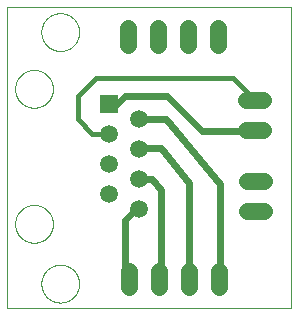
<source format=gtl>
G75*
%MOIN*%
%OFA0B0*%
%FSLAX25Y25*%
%IPPOS*%
%LPD*%
%AMOC8*
5,1,8,0,0,1.08239X$1,22.5*
%
%ADD10C,0.00000*%
%ADD11C,0.05600*%
%ADD12C,0.05937*%
%ADD13R,0.05937X0.05937*%
%ADD14C,0.02400*%
%ADD15C,0.01600*%
D10*
X0034943Y0001000D02*
X0034943Y0101394D01*
X0129431Y0101394D01*
X0129431Y0001000D01*
X0034943Y0001000D01*
X0046361Y0009268D02*
X0046363Y0009426D01*
X0046369Y0009584D01*
X0046379Y0009742D01*
X0046393Y0009900D01*
X0046411Y0010057D01*
X0046432Y0010214D01*
X0046458Y0010370D01*
X0046488Y0010526D01*
X0046521Y0010681D01*
X0046559Y0010834D01*
X0046600Y0010987D01*
X0046645Y0011139D01*
X0046694Y0011290D01*
X0046747Y0011439D01*
X0046803Y0011587D01*
X0046863Y0011733D01*
X0046927Y0011878D01*
X0046995Y0012021D01*
X0047066Y0012163D01*
X0047140Y0012303D01*
X0047218Y0012440D01*
X0047300Y0012576D01*
X0047384Y0012710D01*
X0047473Y0012841D01*
X0047564Y0012970D01*
X0047659Y0013097D01*
X0047756Y0013222D01*
X0047857Y0013344D01*
X0047961Y0013463D01*
X0048068Y0013580D01*
X0048178Y0013694D01*
X0048291Y0013805D01*
X0048406Y0013914D01*
X0048524Y0014019D01*
X0048645Y0014121D01*
X0048768Y0014221D01*
X0048894Y0014317D01*
X0049022Y0014410D01*
X0049152Y0014500D01*
X0049285Y0014586D01*
X0049420Y0014670D01*
X0049556Y0014749D01*
X0049695Y0014826D01*
X0049836Y0014898D01*
X0049978Y0014968D01*
X0050122Y0015033D01*
X0050268Y0015095D01*
X0050415Y0015153D01*
X0050564Y0015208D01*
X0050714Y0015259D01*
X0050865Y0015306D01*
X0051017Y0015349D01*
X0051170Y0015388D01*
X0051325Y0015424D01*
X0051480Y0015455D01*
X0051636Y0015483D01*
X0051792Y0015507D01*
X0051949Y0015527D01*
X0052107Y0015543D01*
X0052264Y0015555D01*
X0052423Y0015563D01*
X0052581Y0015567D01*
X0052739Y0015567D01*
X0052897Y0015563D01*
X0053056Y0015555D01*
X0053213Y0015543D01*
X0053371Y0015527D01*
X0053528Y0015507D01*
X0053684Y0015483D01*
X0053840Y0015455D01*
X0053995Y0015424D01*
X0054150Y0015388D01*
X0054303Y0015349D01*
X0054455Y0015306D01*
X0054606Y0015259D01*
X0054756Y0015208D01*
X0054905Y0015153D01*
X0055052Y0015095D01*
X0055198Y0015033D01*
X0055342Y0014968D01*
X0055484Y0014898D01*
X0055625Y0014826D01*
X0055764Y0014749D01*
X0055900Y0014670D01*
X0056035Y0014586D01*
X0056168Y0014500D01*
X0056298Y0014410D01*
X0056426Y0014317D01*
X0056552Y0014221D01*
X0056675Y0014121D01*
X0056796Y0014019D01*
X0056914Y0013914D01*
X0057029Y0013805D01*
X0057142Y0013694D01*
X0057252Y0013580D01*
X0057359Y0013463D01*
X0057463Y0013344D01*
X0057564Y0013222D01*
X0057661Y0013097D01*
X0057756Y0012970D01*
X0057847Y0012841D01*
X0057936Y0012710D01*
X0058020Y0012576D01*
X0058102Y0012440D01*
X0058180Y0012303D01*
X0058254Y0012163D01*
X0058325Y0012021D01*
X0058393Y0011878D01*
X0058457Y0011733D01*
X0058517Y0011587D01*
X0058573Y0011439D01*
X0058626Y0011290D01*
X0058675Y0011139D01*
X0058720Y0010987D01*
X0058761Y0010834D01*
X0058799Y0010681D01*
X0058832Y0010526D01*
X0058862Y0010370D01*
X0058888Y0010214D01*
X0058909Y0010057D01*
X0058927Y0009900D01*
X0058941Y0009742D01*
X0058951Y0009584D01*
X0058957Y0009426D01*
X0058959Y0009268D01*
X0058957Y0009110D01*
X0058951Y0008952D01*
X0058941Y0008794D01*
X0058927Y0008636D01*
X0058909Y0008479D01*
X0058888Y0008322D01*
X0058862Y0008166D01*
X0058832Y0008010D01*
X0058799Y0007855D01*
X0058761Y0007702D01*
X0058720Y0007549D01*
X0058675Y0007397D01*
X0058626Y0007246D01*
X0058573Y0007097D01*
X0058517Y0006949D01*
X0058457Y0006803D01*
X0058393Y0006658D01*
X0058325Y0006515D01*
X0058254Y0006373D01*
X0058180Y0006233D01*
X0058102Y0006096D01*
X0058020Y0005960D01*
X0057936Y0005826D01*
X0057847Y0005695D01*
X0057756Y0005566D01*
X0057661Y0005439D01*
X0057564Y0005314D01*
X0057463Y0005192D01*
X0057359Y0005073D01*
X0057252Y0004956D01*
X0057142Y0004842D01*
X0057029Y0004731D01*
X0056914Y0004622D01*
X0056796Y0004517D01*
X0056675Y0004415D01*
X0056552Y0004315D01*
X0056426Y0004219D01*
X0056298Y0004126D01*
X0056168Y0004036D01*
X0056035Y0003950D01*
X0055900Y0003866D01*
X0055764Y0003787D01*
X0055625Y0003710D01*
X0055484Y0003638D01*
X0055342Y0003568D01*
X0055198Y0003503D01*
X0055052Y0003441D01*
X0054905Y0003383D01*
X0054756Y0003328D01*
X0054606Y0003277D01*
X0054455Y0003230D01*
X0054303Y0003187D01*
X0054150Y0003148D01*
X0053995Y0003112D01*
X0053840Y0003081D01*
X0053684Y0003053D01*
X0053528Y0003029D01*
X0053371Y0003009D01*
X0053213Y0002993D01*
X0053056Y0002981D01*
X0052897Y0002973D01*
X0052739Y0002969D01*
X0052581Y0002969D01*
X0052423Y0002973D01*
X0052264Y0002981D01*
X0052107Y0002993D01*
X0051949Y0003009D01*
X0051792Y0003029D01*
X0051636Y0003053D01*
X0051480Y0003081D01*
X0051325Y0003112D01*
X0051170Y0003148D01*
X0051017Y0003187D01*
X0050865Y0003230D01*
X0050714Y0003277D01*
X0050564Y0003328D01*
X0050415Y0003383D01*
X0050268Y0003441D01*
X0050122Y0003503D01*
X0049978Y0003568D01*
X0049836Y0003638D01*
X0049695Y0003710D01*
X0049556Y0003787D01*
X0049420Y0003866D01*
X0049285Y0003950D01*
X0049152Y0004036D01*
X0049022Y0004126D01*
X0048894Y0004219D01*
X0048768Y0004315D01*
X0048645Y0004415D01*
X0048524Y0004517D01*
X0048406Y0004622D01*
X0048291Y0004731D01*
X0048178Y0004842D01*
X0048068Y0004956D01*
X0047961Y0005073D01*
X0047857Y0005192D01*
X0047756Y0005314D01*
X0047659Y0005439D01*
X0047564Y0005566D01*
X0047473Y0005695D01*
X0047384Y0005826D01*
X0047300Y0005960D01*
X0047218Y0006096D01*
X0047140Y0006233D01*
X0047066Y0006373D01*
X0046995Y0006515D01*
X0046927Y0006658D01*
X0046863Y0006803D01*
X0046803Y0006949D01*
X0046747Y0007097D01*
X0046694Y0007246D01*
X0046645Y0007397D01*
X0046600Y0007549D01*
X0046559Y0007702D01*
X0046521Y0007855D01*
X0046488Y0008010D01*
X0046458Y0008166D01*
X0046432Y0008322D01*
X0046411Y0008479D01*
X0046393Y0008636D01*
X0046379Y0008794D01*
X0046369Y0008952D01*
X0046363Y0009110D01*
X0046361Y0009268D01*
X0037621Y0029209D02*
X0037623Y0029367D01*
X0037629Y0029525D01*
X0037639Y0029683D01*
X0037653Y0029841D01*
X0037671Y0029998D01*
X0037692Y0030155D01*
X0037718Y0030311D01*
X0037748Y0030467D01*
X0037781Y0030622D01*
X0037819Y0030775D01*
X0037860Y0030928D01*
X0037905Y0031080D01*
X0037954Y0031231D01*
X0038007Y0031380D01*
X0038063Y0031528D01*
X0038123Y0031674D01*
X0038187Y0031819D01*
X0038255Y0031962D01*
X0038326Y0032104D01*
X0038400Y0032244D01*
X0038478Y0032381D01*
X0038560Y0032517D01*
X0038644Y0032651D01*
X0038733Y0032782D01*
X0038824Y0032911D01*
X0038919Y0033038D01*
X0039016Y0033163D01*
X0039117Y0033285D01*
X0039221Y0033404D01*
X0039328Y0033521D01*
X0039438Y0033635D01*
X0039551Y0033746D01*
X0039666Y0033855D01*
X0039784Y0033960D01*
X0039905Y0034062D01*
X0040028Y0034162D01*
X0040154Y0034258D01*
X0040282Y0034351D01*
X0040412Y0034441D01*
X0040545Y0034527D01*
X0040680Y0034611D01*
X0040816Y0034690D01*
X0040955Y0034767D01*
X0041096Y0034839D01*
X0041238Y0034909D01*
X0041382Y0034974D01*
X0041528Y0035036D01*
X0041675Y0035094D01*
X0041824Y0035149D01*
X0041974Y0035200D01*
X0042125Y0035247D01*
X0042277Y0035290D01*
X0042430Y0035329D01*
X0042585Y0035365D01*
X0042740Y0035396D01*
X0042896Y0035424D01*
X0043052Y0035448D01*
X0043209Y0035468D01*
X0043367Y0035484D01*
X0043524Y0035496D01*
X0043683Y0035504D01*
X0043841Y0035508D01*
X0043999Y0035508D01*
X0044157Y0035504D01*
X0044316Y0035496D01*
X0044473Y0035484D01*
X0044631Y0035468D01*
X0044788Y0035448D01*
X0044944Y0035424D01*
X0045100Y0035396D01*
X0045255Y0035365D01*
X0045410Y0035329D01*
X0045563Y0035290D01*
X0045715Y0035247D01*
X0045866Y0035200D01*
X0046016Y0035149D01*
X0046165Y0035094D01*
X0046312Y0035036D01*
X0046458Y0034974D01*
X0046602Y0034909D01*
X0046744Y0034839D01*
X0046885Y0034767D01*
X0047024Y0034690D01*
X0047160Y0034611D01*
X0047295Y0034527D01*
X0047428Y0034441D01*
X0047558Y0034351D01*
X0047686Y0034258D01*
X0047812Y0034162D01*
X0047935Y0034062D01*
X0048056Y0033960D01*
X0048174Y0033855D01*
X0048289Y0033746D01*
X0048402Y0033635D01*
X0048512Y0033521D01*
X0048619Y0033404D01*
X0048723Y0033285D01*
X0048824Y0033163D01*
X0048921Y0033038D01*
X0049016Y0032911D01*
X0049107Y0032782D01*
X0049196Y0032651D01*
X0049280Y0032517D01*
X0049362Y0032381D01*
X0049440Y0032244D01*
X0049514Y0032104D01*
X0049585Y0031962D01*
X0049653Y0031819D01*
X0049717Y0031674D01*
X0049777Y0031528D01*
X0049833Y0031380D01*
X0049886Y0031231D01*
X0049935Y0031080D01*
X0049980Y0030928D01*
X0050021Y0030775D01*
X0050059Y0030622D01*
X0050092Y0030467D01*
X0050122Y0030311D01*
X0050148Y0030155D01*
X0050169Y0029998D01*
X0050187Y0029841D01*
X0050201Y0029683D01*
X0050211Y0029525D01*
X0050217Y0029367D01*
X0050219Y0029209D01*
X0050217Y0029051D01*
X0050211Y0028893D01*
X0050201Y0028735D01*
X0050187Y0028577D01*
X0050169Y0028420D01*
X0050148Y0028263D01*
X0050122Y0028107D01*
X0050092Y0027951D01*
X0050059Y0027796D01*
X0050021Y0027643D01*
X0049980Y0027490D01*
X0049935Y0027338D01*
X0049886Y0027187D01*
X0049833Y0027038D01*
X0049777Y0026890D01*
X0049717Y0026744D01*
X0049653Y0026599D01*
X0049585Y0026456D01*
X0049514Y0026314D01*
X0049440Y0026174D01*
X0049362Y0026037D01*
X0049280Y0025901D01*
X0049196Y0025767D01*
X0049107Y0025636D01*
X0049016Y0025507D01*
X0048921Y0025380D01*
X0048824Y0025255D01*
X0048723Y0025133D01*
X0048619Y0025014D01*
X0048512Y0024897D01*
X0048402Y0024783D01*
X0048289Y0024672D01*
X0048174Y0024563D01*
X0048056Y0024458D01*
X0047935Y0024356D01*
X0047812Y0024256D01*
X0047686Y0024160D01*
X0047558Y0024067D01*
X0047428Y0023977D01*
X0047295Y0023891D01*
X0047160Y0023807D01*
X0047024Y0023728D01*
X0046885Y0023651D01*
X0046744Y0023579D01*
X0046602Y0023509D01*
X0046458Y0023444D01*
X0046312Y0023382D01*
X0046165Y0023324D01*
X0046016Y0023269D01*
X0045866Y0023218D01*
X0045715Y0023171D01*
X0045563Y0023128D01*
X0045410Y0023089D01*
X0045255Y0023053D01*
X0045100Y0023022D01*
X0044944Y0022994D01*
X0044788Y0022970D01*
X0044631Y0022950D01*
X0044473Y0022934D01*
X0044316Y0022922D01*
X0044157Y0022914D01*
X0043999Y0022910D01*
X0043841Y0022910D01*
X0043683Y0022914D01*
X0043524Y0022922D01*
X0043367Y0022934D01*
X0043209Y0022950D01*
X0043052Y0022970D01*
X0042896Y0022994D01*
X0042740Y0023022D01*
X0042585Y0023053D01*
X0042430Y0023089D01*
X0042277Y0023128D01*
X0042125Y0023171D01*
X0041974Y0023218D01*
X0041824Y0023269D01*
X0041675Y0023324D01*
X0041528Y0023382D01*
X0041382Y0023444D01*
X0041238Y0023509D01*
X0041096Y0023579D01*
X0040955Y0023651D01*
X0040816Y0023728D01*
X0040680Y0023807D01*
X0040545Y0023891D01*
X0040412Y0023977D01*
X0040282Y0024067D01*
X0040154Y0024160D01*
X0040028Y0024256D01*
X0039905Y0024356D01*
X0039784Y0024458D01*
X0039666Y0024563D01*
X0039551Y0024672D01*
X0039438Y0024783D01*
X0039328Y0024897D01*
X0039221Y0025014D01*
X0039117Y0025133D01*
X0039016Y0025255D01*
X0038919Y0025380D01*
X0038824Y0025507D01*
X0038733Y0025636D01*
X0038644Y0025767D01*
X0038560Y0025901D01*
X0038478Y0026037D01*
X0038400Y0026174D01*
X0038326Y0026314D01*
X0038255Y0026456D01*
X0038187Y0026599D01*
X0038123Y0026744D01*
X0038063Y0026890D01*
X0038007Y0027038D01*
X0037954Y0027187D01*
X0037905Y0027338D01*
X0037860Y0027490D01*
X0037819Y0027643D01*
X0037781Y0027796D01*
X0037748Y0027951D01*
X0037718Y0028107D01*
X0037692Y0028263D01*
X0037671Y0028420D01*
X0037653Y0028577D01*
X0037639Y0028735D01*
X0037629Y0028893D01*
X0037623Y0029051D01*
X0037621Y0029209D01*
X0037621Y0074209D02*
X0037623Y0074367D01*
X0037629Y0074525D01*
X0037639Y0074683D01*
X0037653Y0074841D01*
X0037671Y0074998D01*
X0037692Y0075155D01*
X0037718Y0075311D01*
X0037748Y0075467D01*
X0037781Y0075622D01*
X0037819Y0075775D01*
X0037860Y0075928D01*
X0037905Y0076080D01*
X0037954Y0076231D01*
X0038007Y0076380D01*
X0038063Y0076528D01*
X0038123Y0076674D01*
X0038187Y0076819D01*
X0038255Y0076962D01*
X0038326Y0077104D01*
X0038400Y0077244D01*
X0038478Y0077381D01*
X0038560Y0077517D01*
X0038644Y0077651D01*
X0038733Y0077782D01*
X0038824Y0077911D01*
X0038919Y0078038D01*
X0039016Y0078163D01*
X0039117Y0078285D01*
X0039221Y0078404D01*
X0039328Y0078521D01*
X0039438Y0078635D01*
X0039551Y0078746D01*
X0039666Y0078855D01*
X0039784Y0078960D01*
X0039905Y0079062D01*
X0040028Y0079162D01*
X0040154Y0079258D01*
X0040282Y0079351D01*
X0040412Y0079441D01*
X0040545Y0079527D01*
X0040680Y0079611D01*
X0040816Y0079690D01*
X0040955Y0079767D01*
X0041096Y0079839D01*
X0041238Y0079909D01*
X0041382Y0079974D01*
X0041528Y0080036D01*
X0041675Y0080094D01*
X0041824Y0080149D01*
X0041974Y0080200D01*
X0042125Y0080247D01*
X0042277Y0080290D01*
X0042430Y0080329D01*
X0042585Y0080365D01*
X0042740Y0080396D01*
X0042896Y0080424D01*
X0043052Y0080448D01*
X0043209Y0080468D01*
X0043367Y0080484D01*
X0043524Y0080496D01*
X0043683Y0080504D01*
X0043841Y0080508D01*
X0043999Y0080508D01*
X0044157Y0080504D01*
X0044316Y0080496D01*
X0044473Y0080484D01*
X0044631Y0080468D01*
X0044788Y0080448D01*
X0044944Y0080424D01*
X0045100Y0080396D01*
X0045255Y0080365D01*
X0045410Y0080329D01*
X0045563Y0080290D01*
X0045715Y0080247D01*
X0045866Y0080200D01*
X0046016Y0080149D01*
X0046165Y0080094D01*
X0046312Y0080036D01*
X0046458Y0079974D01*
X0046602Y0079909D01*
X0046744Y0079839D01*
X0046885Y0079767D01*
X0047024Y0079690D01*
X0047160Y0079611D01*
X0047295Y0079527D01*
X0047428Y0079441D01*
X0047558Y0079351D01*
X0047686Y0079258D01*
X0047812Y0079162D01*
X0047935Y0079062D01*
X0048056Y0078960D01*
X0048174Y0078855D01*
X0048289Y0078746D01*
X0048402Y0078635D01*
X0048512Y0078521D01*
X0048619Y0078404D01*
X0048723Y0078285D01*
X0048824Y0078163D01*
X0048921Y0078038D01*
X0049016Y0077911D01*
X0049107Y0077782D01*
X0049196Y0077651D01*
X0049280Y0077517D01*
X0049362Y0077381D01*
X0049440Y0077244D01*
X0049514Y0077104D01*
X0049585Y0076962D01*
X0049653Y0076819D01*
X0049717Y0076674D01*
X0049777Y0076528D01*
X0049833Y0076380D01*
X0049886Y0076231D01*
X0049935Y0076080D01*
X0049980Y0075928D01*
X0050021Y0075775D01*
X0050059Y0075622D01*
X0050092Y0075467D01*
X0050122Y0075311D01*
X0050148Y0075155D01*
X0050169Y0074998D01*
X0050187Y0074841D01*
X0050201Y0074683D01*
X0050211Y0074525D01*
X0050217Y0074367D01*
X0050219Y0074209D01*
X0050217Y0074051D01*
X0050211Y0073893D01*
X0050201Y0073735D01*
X0050187Y0073577D01*
X0050169Y0073420D01*
X0050148Y0073263D01*
X0050122Y0073107D01*
X0050092Y0072951D01*
X0050059Y0072796D01*
X0050021Y0072643D01*
X0049980Y0072490D01*
X0049935Y0072338D01*
X0049886Y0072187D01*
X0049833Y0072038D01*
X0049777Y0071890D01*
X0049717Y0071744D01*
X0049653Y0071599D01*
X0049585Y0071456D01*
X0049514Y0071314D01*
X0049440Y0071174D01*
X0049362Y0071037D01*
X0049280Y0070901D01*
X0049196Y0070767D01*
X0049107Y0070636D01*
X0049016Y0070507D01*
X0048921Y0070380D01*
X0048824Y0070255D01*
X0048723Y0070133D01*
X0048619Y0070014D01*
X0048512Y0069897D01*
X0048402Y0069783D01*
X0048289Y0069672D01*
X0048174Y0069563D01*
X0048056Y0069458D01*
X0047935Y0069356D01*
X0047812Y0069256D01*
X0047686Y0069160D01*
X0047558Y0069067D01*
X0047428Y0068977D01*
X0047295Y0068891D01*
X0047160Y0068807D01*
X0047024Y0068728D01*
X0046885Y0068651D01*
X0046744Y0068579D01*
X0046602Y0068509D01*
X0046458Y0068444D01*
X0046312Y0068382D01*
X0046165Y0068324D01*
X0046016Y0068269D01*
X0045866Y0068218D01*
X0045715Y0068171D01*
X0045563Y0068128D01*
X0045410Y0068089D01*
X0045255Y0068053D01*
X0045100Y0068022D01*
X0044944Y0067994D01*
X0044788Y0067970D01*
X0044631Y0067950D01*
X0044473Y0067934D01*
X0044316Y0067922D01*
X0044157Y0067914D01*
X0043999Y0067910D01*
X0043841Y0067910D01*
X0043683Y0067914D01*
X0043524Y0067922D01*
X0043367Y0067934D01*
X0043209Y0067950D01*
X0043052Y0067970D01*
X0042896Y0067994D01*
X0042740Y0068022D01*
X0042585Y0068053D01*
X0042430Y0068089D01*
X0042277Y0068128D01*
X0042125Y0068171D01*
X0041974Y0068218D01*
X0041824Y0068269D01*
X0041675Y0068324D01*
X0041528Y0068382D01*
X0041382Y0068444D01*
X0041238Y0068509D01*
X0041096Y0068579D01*
X0040955Y0068651D01*
X0040816Y0068728D01*
X0040680Y0068807D01*
X0040545Y0068891D01*
X0040412Y0068977D01*
X0040282Y0069067D01*
X0040154Y0069160D01*
X0040028Y0069256D01*
X0039905Y0069356D01*
X0039784Y0069458D01*
X0039666Y0069563D01*
X0039551Y0069672D01*
X0039438Y0069783D01*
X0039328Y0069897D01*
X0039221Y0070014D01*
X0039117Y0070133D01*
X0039016Y0070255D01*
X0038919Y0070380D01*
X0038824Y0070507D01*
X0038733Y0070636D01*
X0038644Y0070767D01*
X0038560Y0070901D01*
X0038478Y0071037D01*
X0038400Y0071174D01*
X0038326Y0071314D01*
X0038255Y0071456D01*
X0038187Y0071599D01*
X0038123Y0071744D01*
X0038063Y0071890D01*
X0038007Y0072038D01*
X0037954Y0072187D01*
X0037905Y0072338D01*
X0037860Y0072490D01*
X0037819Y0072643D01*
X0037781Y0072796D01*
X0037748Y0072951D01*
X0037718Y0073107D01*
X0037692Y0073263D01*
X0037671Y0073420D01*
X0037653Y0073577D01*
X0037639Y0073735D01*
X0037629Y0073893D01*
X0037623Y0074051D01*
X0037621Y0074209D01*
X0046361Y0093126D02*
X0046363Y0093284D01*
X0046369Y0093442D01*
X0046379Y0093600D01*
X0046393Y0093758D01*
X0046411Y0093915D01*
X0046432Y0094072D01*
X0046458Y0094228D01*
X0046488Y0094384D01*
X0046521Y0094539D01*
X0046559Y0094692D01*
X0046600Y0094845D01*
X0046645Y0094997D01*
X0046694Y0095148D01*
X0046747Y0095297D01*
X0046803Y0095445D01*
X0046863Y0095591D01*
X0046927Y0095736D01*
X0046995Y0095879D01*
X0047066Y0096021D01*
X0047140Y0096161D01*
X0047218Y0096298D01*
X0047300Y0096434D01*
X0047384Y0096568D01*
X0047473Y0096699D01*
X0047564Y0096828D01*
X0047659Y0096955D01*
X0047756Y0097080D01*
X0047857Y0097202D01*
X0047961Y0097321D01*
X0048068Y0097438D01*
X0048178Y0097552D01*
X0048291Y0097663D01*
X0048406Y0097772D01*
X0048524Y0097877D01*
X0048645Y0097979D01*
X0048768Y0098079D01*
X0048894Y0098175D01*
X0049022Y0098268D01*
X0049152Y0098358D01*
X0049285Y0098444D01*
X0049420Y0098528D01*
X0049556Y0098607D01*
X0049695Y0098684D01*
X0049836Y0098756D01*
X0049978Y0098826D01*
X0050122Y0098891D01*
X0050268Y0098953D01*
X0050415Y0099011D01*
X0050564Y0099066D01*
X0050714Y0099117D01*
X0050865Y0099164D01*
X0051017Y0099207D01*
X0051170Y0099246D01*
X0051325Y0099282D01*
X0051480Y0099313D01*
X0051636Y0099341D01*
X0051792Y0099365D01*
X0051949Y0099385D01*
X0052107Y0099401D01*
X0052264Y0099413D01*
X0052423Y0099421D01*
X0052581Y0099425D01*
X0052739Y0099425D01*
X0052897Y0099421D01*
X0053056Y0099413D01*
X0053213Y0099401D01*
X0053371Y0099385D01*
X0053528Y0099365D01*
X0053684Y0099341D01*
X0053840Y0099313D01*
X0053995Y0099282D01*
X0054150Y0099246D01*
X0054303Y0099207D01*
X0054455Y0099164D01*
X0054606Y0099117D01*
X0054756Y0099066D01*
X0054905Y0099011D01*
X0055052Y0098953D01*
X0055198Y0098891D01*
X0055342Y0098826D01*
X0055484Y0098756D01*
X0055625Y0098684D01*
X0055764Y0098607D01*
X0055900Y0098528D01*
X0056035Y0098444D01*
X0056168Y0098358D01*
X0056298Y0098268D01*
X0056426Y0098175D01*
X0056552Y0098079D01*
X0056675Y0097979D01*
X0056796Y0097877D01*
X0056914Y0097772D01*
X0057029Y0097663D01*
X0057142Y0097552D01*
X0057252Y0097438D01*
X0057359Y0097321D01*
X0057463Y0097202D01*
X0057564Y0097080D01*
X0057661Y0096955D01*
X0057756Y0096828D01*
X0057847Y0096699D01*
X0057936Y0096568D01*
X0058020Y0096434D01*
X0058102Y0096298D01*
X0058180Y0096161D01*
X0058254Y0096021D01*
X0058325Y0095879D01*
X0058393Y0095736D01*
X0058457Y0095591D01*
X0058517Y0095445D01*
X0058573Y0095297D01*
X0058626Y0095148D01*
X0058675Y0094997D01*
X0058720Y0094845D01*
X0058761Y0094692D01*
X0058799Y0094539D01*
X0058832Y0094384D01*
X0058862Y0094228D01*
X0058888Y0094072D01*
X0058909Y0093915D01*
X0058927Y0093758D01*
X0058941Y0093600D01*
X0058951Y0093442D01*
X0058957Y0093284D01*
X0058959Y0093126D01*
X0058957Y0092968D01*
X0058951Y0092810D01*
X0058941Y0092652D01*
X0058927Y0092494D01*
X0058909Y0092337D01*
X0058888Y0092180D01*
X0058862Y0092024D01*
X0058832Y0091868D01*
X0058799Y0091713D01*
X0058761Y0091560D01*
X0058720Y0091407D01*
X0058675Y0091255D01*
X0058626Y0091104D01*
X0058573Y0090955D01*
X0058517Y0090807D01*
X0058457Y0090661D01*
X0058393Y0090516D01*
X0058325Y0090373D01*
X0058254Y0090231D01*
X0058180Y0090091D01*
X0058102Y0089954D01*
X0058020Y0089818D01*
X0057936Y0089684D01*
X0057847Y0089553D01*
X0057756Y0089424D01*
X0057661Y0089297D01*
X0057564Y0089172D01*
X0057463Y0089050D01*
X0057359Y0088931D01*
X0057252Y0088814D01*
X0057142Y0088700D01*
X0057029Y0088589D01*
X0056914Y0088480D01*
X0056796Y0088375D01*
X0056675Y0088273D01*
X0056552Y0088173D01*
X0056426Y0088077D01*
X0056298Y0087984D01*
X0056168Y0087894D01*
X0056035Y0087808D01*
X0055900Y0087724D01*
X0055764Y0087645D01*
X0055625Y0087568D01*
X0055484Y0087496D01*
X0055342Y0087426D01*
X0055198Y0087361D01*
X0055052Y0087299D01*
X0054905Y0087241D01*
X0054756Y0087186D01*
X0054606Y0087135D01*
X0054455Y0087088D01*
X0054303Y0087045D01*
X0054150Y0087006D01*
X0053995Y0086970D01*
X0053840Y0086939D01*
X0053684Y0086911D01*
X0053528Y0086887D01*
X0053371Y0086867D01*
X0053213Y0086851D01*
X0053056Y0086839D01*
X0052897Y0086831D01*
X0052739Y0086827D01*
X0052581Y0086827D01*
X0052423Y0086831D01*
X0052264Y0086839D01*
X0052107Y0086851D01*
X0051949Y0086867D01*
X0051792Y0086887D01*
X0051636Y0086911D01*
X0051480Y0086939D01*
X0051325Y0086970D01*
X0051170Y0087006D01*
X0051017Y0087045D01*
X0050865Y0087088D01*
X0050714Y0087135D01*
X0050564Y0087186D01*
X0050415Y0087241D01*
X0050268Y0087299D01*
X0050122Y0087361D01*
X0049978Y0087426D01*
X0049836Y0087496D01*
X0049695Y0087568D01*
X0049556Y0087645D01*
X0049420Y0087724D01*
X0049285Y0087808D01*
X0049152Y0087894D01*
X0049022Y0087984D01*
X0048894Y0088077D01*
X0048768Y0088173D01*
X0048645Y0088273D01*
X0048524Y0088375D01*
X0048406Y0088480D01*
X0048291Y0088589D01*
X0048178Y0088700D01*
X0048068Y0088814D01*
X0047961Y0088931D01*
X0047857Y0089050D01*
X0047756Y0089172D01*
X0047659Y0089297D01*
X0047564Y0089424D01*
X0047473Y0089553D01*
X0047384Y0089684D01*
X0047300Y0089818D01*
X0047218Y0089954D01*
X0047140Y0090091D01*
X0047066Y0090231D01*
X0046995Y0090373D01*
X0046927Y0090516D01*
X0046863Y0090661D01*
X0046803Y0090807D01*
X0046747Y0090955D01*
X0046694Y0091104D01*
X0046645Y0091255D01*
X0046600Y0091407D01*
X0046559Y0091560D01*
X0046521Y0091713D01*
X0046488Y0091868D01*
X0046458Y0092024D01*
X0046432Y0092180D01*
X0046411Y0092337D01*
X0046393Y0092494D01*
X0046379Y0092652D01*
X0046369Y0092810D01*
X0046363Y0092968D01*
X0046361Y0093126D01*
D11*
X0075219Y0094430D02*
X0075219Y0088830D01*
X0085219Y0088830D02*
X0085219Y0094430D01*
X0095219Y0094430D02*
X0095219Y0088830D01*
X0105219Y0088830D02*
X0105219Y0094430D01*
X0114742Y0070528D02*
X0120342Y0070528D01*
X0120342Y0060528D02*
X0114742Y0060528D01*
X0114820Y0043402D02*
X0120420Y0043402D01*
X0120420Y0033402D02*
X0114820Y0033402D01*
X0105613Y0013643D02*
X0105613Y0008043D01*
X0095613Y0008043D02*
X0095613Y0013643D01*
X0085613Y0013643D02*
X0085613Y0008043D01*
X0075613Y0008043D02*
X0075613Y0013643D01*
D12*
X0078920Y0034209D03*
X0068920Y0039209D03*
X0078920Y0044209D03*
X0068920Y0049209D03*
X0078920Y0054209D03*
X0068920Y0059209D03*
X0078920Y0064209D03*
D13*
X0068920Y0069209D03*
D14*
X0071656Y0069209D02*
X0074313Y0071866D01*
X0088093Y0071866D01*
X0099904Y0060055D01*
X0117069Y0060055D01*
X0105809Y0042339D02*
X0105809Y0011039D01*
X0105613Y0010843D01*
X0095613Y0010843D02*
X0095613Y0042693D01*
X0086321Y0054346D01*
X0082994Y0054346D01*
X0078920Y0054209D01*
X0079018Y0044307D02*
X0078920Y0044209D01*
X0079018Y0044307D02*
X0083369Y0044307D01*
X0086124Y0040370D01*
X0086124Y0011354D01*
X0085613Y0010843D01*
X0075613Y0010843D02*
X0074313Y0012142D01*
X0074313Y0030528D01*
X0077994Y0034209D01*
X0078920Y0034209D01*
X0105809Y0042339D02*
X0087876Y0064209D01*
X0078920Y0064209D01*
D15*
X0071656Y0069209D02*
X0068920Y0069209D01*
X0064471Y0077772D02*
X0110298Y0077772D01*
X0117542Y0070528D01*
X0117542Y0060528D02*
X0117069Y0060055D01*
X0068920Y0059209D02*
X0063349Y0059209D01*
X0058565Y0063992D01*
X0058565Y0071866D01*
X0064471Y0077772D01*
M02*

</source>
